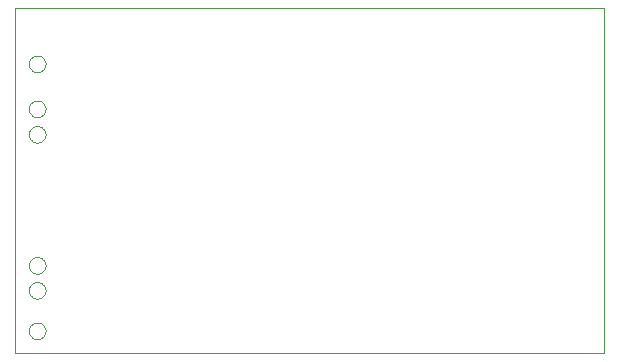
<source format=gko>
G75*
%MOIN*%
%OFA0B0*%
%FSLAX24Y24*%
%IPPOS*%
%LPD*%
%AMOC8*
5,1,8,0,0,1.08239X$1,22.5*
%
%ADD10C,0.0000*%
D10*
X000260Y000270D02*
X000260Y011770D01*
X019910Y011770D01*
X019910Y000270D01*
X000260Y000270D01*
X000734Y001020D02*
X000736Y001053D01*
X000742Y001085D01*
X000751Y001116D01*
X000764Y001146D01*
X000781Y001174D01*
X000801Y001200D01*
X000824Y001224D01*
X000849Y001244D01*
X000877Y001262D01*
X000906Y001276D01*
X000937Y001286D01*
X000969Y001293D01*
X001002Y001296D01*
X001035Y001295D01*
X001067Y001290D01*
X001098Y001281D01*
X001129Y001269D01*
X001157Y001253D01*
X001184Y001234D01*
X001208Y001212D01*
X001229Y001187D01*
X001248Y001160D01*
X001263Y001131D01*
X001274Y001101D01*
X001282Y001069D01*
X001286Y001036D01*
X001286Y001004D01*
X001282Y000971D01*
X001274Y000939D01*
X001263Y000909D01*
X001248Y000880D01*
X001229Y000853D01*
X001208Y000828D01*
X001184Y000806D01*
X001157Y000787D01*
X001129Y000771D01*
X001098Y000759D01*
X001067Y000750D01*
X001035Y000745D01*
X001002Y000744D01*
X000969Y000747D01*
X000937Y000754D01*
X000906Y000764D01*
X000877Y000778D01*
X000849Y000796D01*
X000824Y000816D01*
X000801Y000840D01*
X000781Y000866D01*
X000764Y000894D01*
X000751Y000924D01*
X000742Y000955D01*
X000736Y000987D01*
X000734Y001020D01*
X000734Y002370D02*
X000736Y002403D01*
X000742Y002435D01*
X000751Y002466D01*
X000764Y002496D01*
X000781Y002524D01*
X000801Y002550D01*
X000824Y002574D01*
X000849Y002594D01*
X000877Y002612D01*
X000906Y002626D01*
X000937Y002636D01*
X000969Y002643D01*
X001002Y002646D01*
X001035Y002645D01*
X001067Y002640D01*
X001098Y002631D01*
X001129Y002619D01*
X001157Y002603D01*
X001184Y002584D01*
X001208Y002562D01*
X001229Y002537D01*
X001248Y002510D01*
X001263Y002481D01*
X001274Y002451D01*
X001282Y002419D01*
X001286Y002386D01*
X001286Y002354D01*
X001282Y002321D01*
X001274Y002289D01*
X001263Y002259D01*
X001248Y002230D01*
X001229Y002203D01*
X001208Y002178D01*
X001184Y002156D01*
X001157Y002137D01*
X001129Y002121D01*
X001098Y002109D01*
X001067Y002100D01*
X001035Y002095D01*
X001002Y002094D01*
X000969Y002097D01*
X000937Y002104D01*
X000906Y002114D01*
X000877Y002128D01*
X000849Y002146D01*
X000824Y002166D01*
X000801Y002190D01*
X000781Y002216D01*
X000764Y002244D01*
X000751Y002274D01*
X000742Y002305D01*
X000736Y002337D01*
X000734Y002370D01*
X000734Y003200D02*
X000736Y003233D01*
X000742Y003265D01*
X000751Y003296D01*
X000764Y003326D01*
X000781Y003354D01*
X000801Y003380D01*
X000824Y003404D01*
X000849Y003424D01*
X000877Y003442D01*
X000906Y003456D01*
X000937Y003466D01*
X000969Y003473D01*
X001002Y003476D01*
X001035Y003475D01*
X001067Y003470D01*
X001098Y003461D01*
X001129Y003449D01*
X001157Y003433D01*
X001184Y003414D01*
X001208Y003392D01*
X001229Y003367D01*
X001248Y003340D01*
X001263Y003311D01*
X001274Y003281D01*
X001282Y003249D01*
X001286Y003216D01*
X001286Y003184D01*
X001282Y003151D01*
X001274Y003119D01*
X001263Y003089D01*
X001248Y003060D01*
X001229Y003033D01*
X001208Y003008D01*
X001184Y002986D01*
X001157Y002967D01*
X001129Y002951D01*
X001098Y002939D01*
X001067Y002930D01*
X001035Y002925D01*
X001002Y002924D01*
X000969Y002927D01*
X000937Y002934D01*
X000906Y002944D01*
X000877Y002958D01*
X000849Y002976D01*
X000824Y002996D01*
X000801Y003020D01*
X000781Y003046D01*
X000764Y003074D01*
X000751Y003104D01*
X000742Y003135D01*
X000736Y003167D01*
X000734Y003200D01*
X000734Y007570D02*
X000736Y007603D01*
X000742Y007635D01*
X000751Y007666D01*
X000764Y007696D01*
X000781Y007724D01*
X000801Y007750D01*
X000824Y007774D01*
X000849Y007794D01*
X000877Y007812D01*
X000906Y007826D01*
X000937Y007836D01*
X000969Y007843D01*
X001002Y007846D01*
X001035Y007845D01*
X001067Y007840D01*
X001098Y007831D01*
X001129Y007819D01*
X001157Y007803D01*
X001184Y007784D01*
X001208Y007762D01*
X001229Y007737D01*
X001248Y007710D01*
X001263Y007681D01*
X001274Y007651D01*
X001282Y007619D01*
X001286Y007586D01*
X001286Y007554D01*
X001282Y007521D01*
X001274Y007489D01*
X001263Y007459D01*
X001248Y007430D01*
X001229Y007403D01*
X001208Y007378D01*
X001184Y007356D01*
X001157Y007337D01*
X001129Y007321D01*
X001098Y007309D01*
X001067Y007300D01*
X001035Y007295D01*
X001002Y007294D01*
X000969Y007297D01*
X000937Y007304D01*
X000906Y007314D01*
X000877Y007328D01*
X000849Y007346D01*
X000824Y007366D01*
X000801Y007390D01*
X000781Y007416D01*
X000764Y007444D01*
X000751Y007474D01*
X000742Y007505D01*
X000736Y007537D01*
X000734Y007570D01*
X000734Y008420D02*
X000736Y008453D01*
X000742Y008485D01*
X000751Y008516D01*
X000764Y008546D01*
X000781Y008574D01*
X000801Y008600D01*
X000824Y008624D01*
X000849Y008644D01*
X000877Y008662D01*
X000906Y008676D01*
X000937Y008686D01*
X000969Y008693D01*
X001002Y008696D01*
X001035Y008695D01*
X001067Y008690D01*
X001098Y008681D01*
X001129Y008669D01*
X001157Y008653D01*
X001184Y008634D01*
X001208Y008612D01*
X001229Y008587D01*
X001248Y008560D01*
X001263Y008531D01*
X001274Y008501D01*
X001282Y008469D01*
X001286Y008436D01*
X001286Y008404D01*
X001282Y008371D01*
X001274Y008339D01*
X001263Y008309D01*
X001248Y008280D01*
X001229Y008253D01*
X001208Y008228D01*
X001184Y008206D01*
X001157Y008187D01*
X001129Y008171D01*
X001098Y008159D01*
X001067Y008150D01*
X001035Y008145D01*
X001002Y008144D01*
X000969Y008147D01*
X000937Y008154D01*
X000906Y008164D01*
X000877Y008178D01*
X000849Y008196D01*
X000824Y008216D01*
X000801Y008240D01*
X000781Y008266D01*
X000764Y008294D01*
X000751Y008324D01*
X000742Y008355D01*
X000736Y008387D01*
X000734Y008420D01*
X000734Y009920D02*
X000736Y009953D01*
X000742Y009985D01*
X000751Y010016D01*
X000764Y010046D01*
X000781Y010074D01*
X000801Y010100D01*
X000824Y010124D01*
X000849Y010144D01*
X000877Y010162D01*
X000906Y010176D01*
X000937Y010186D01*
X000969Y010193D01*
X001002Y010196D01*
X001035Y010195D01*
X001067Y010190D01*
X001098Y010181D01*
X001129Y010169D01*
X001157Y010153D01*
X001184Y010134D01*
X001208Y010112D01*
X001229Y010087D01*
X001248Y010060D01*
X001263Y010031D01*
X001274Y010001D01*
X001282Y009969D01*
X001286Y009936D01*
X001286Y009904D01*
X001282Y009871D01*
X001274Y009839D01*
X001263Y009809D01*
X001248Y009780D01*
X001229Y009753D01*
X001208Y009728D01*
X001184Y009706D01*
X001157Y009687D01*
X001129Y009671D01*
X001098Y009659D01*
X001067Y009650D01*
X001035Y009645D01*
X001002Y009644D01*
X000969Y009647D01*
X000937Y009654D01*
X000906Y009664D01*
X000877Y009678D01*
X000849Y009696D01*
X000824Y009716D01*
X000801Y009740D01*
X000781Y009766D01*
X000764Y009794D01*
X000751Y009824D01*
X000742Y009855D01*
X000736Y009887D01*
X000734Y009920D01*
M02*

</source>
